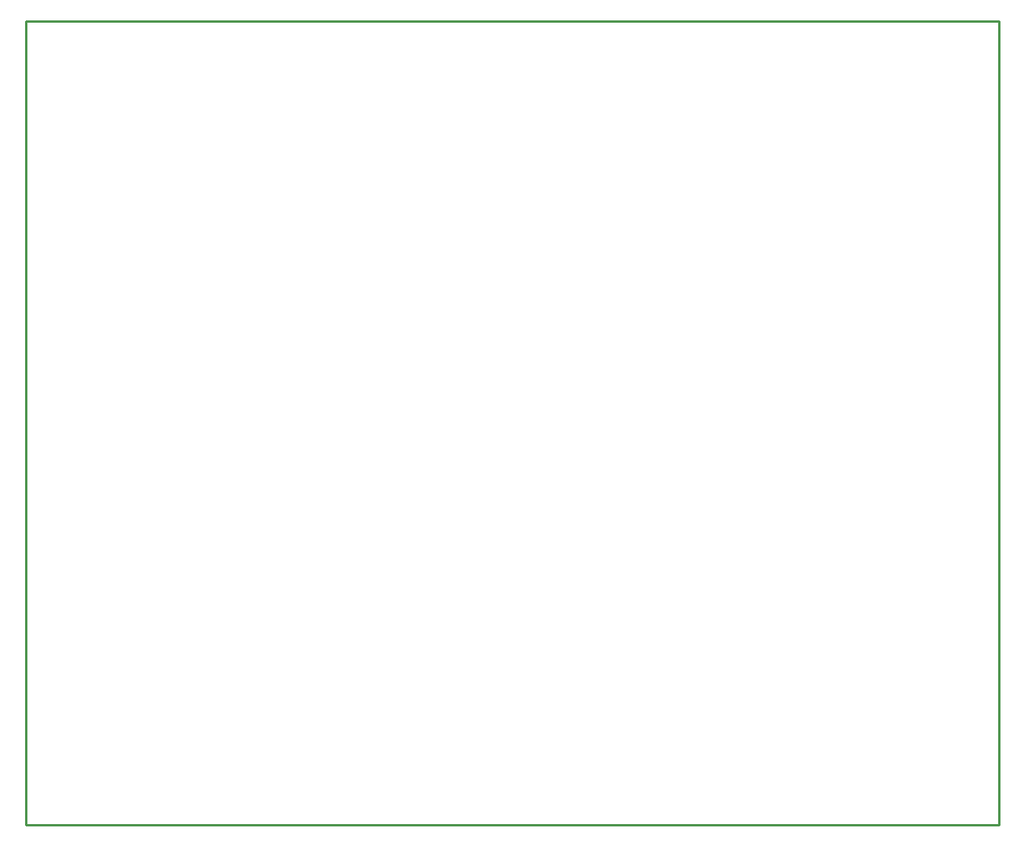
<source format=gko>
G04*
G04 #@! TF.GenerationSoftware,Altium Limited,Altium Designer,22.3.1 (43)*
G04*
G04 Layer_Color=16711935*
%FSLAX43Y43*%
%MOMM*%
G71*
G04*
G04 #@! TF.SameCoordinates,807CCD13-CB5B-4CC3-81D7-37C4D7C0FF8C*
G04*
G04*
G04 #@! TF.FilePolarity,Positive*
G04*
G01*
G75*
%ADD14C,0.254*%
D14*
X0Y0D02*
Y86868D01*
Y0D02*
X105156D01*
Y86868D01*
X0D02*
X105156D01*
M02*

</source>
